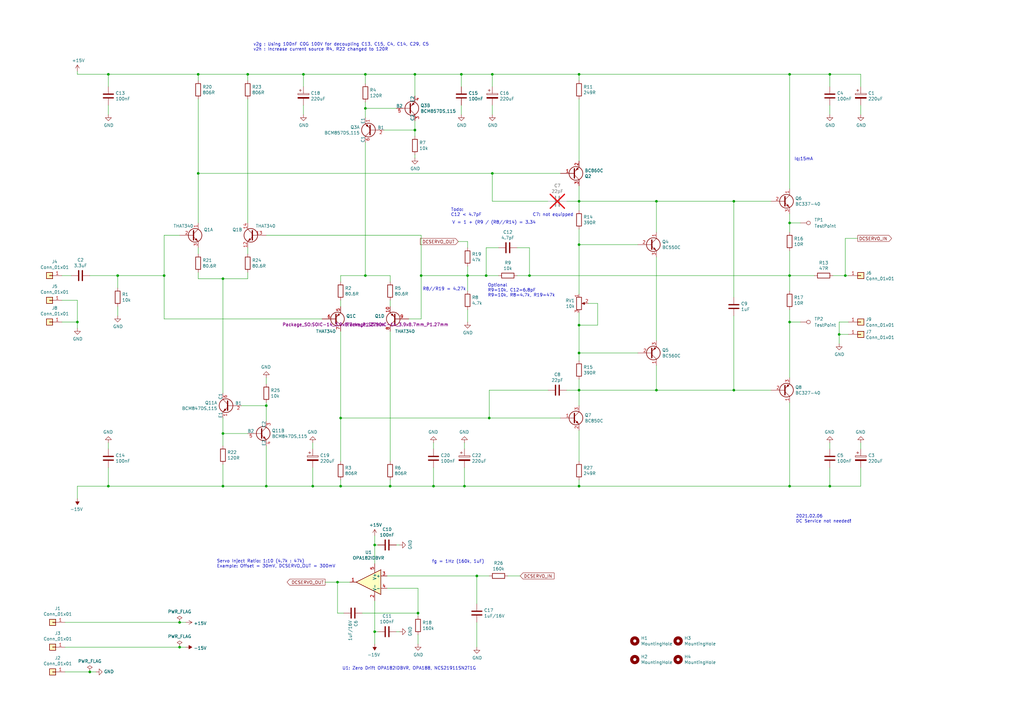
<source format=kicad_sch>
(kicad_sch (version 20231120) (generator "eeschema") (generator_version "8.0")
  (paper "A3")
  (title_block (title "Discrete Pre-Amp Elektor THAT340 with DC Servo") (date "2024-08-31") (rev "v2h"))
  (lib_symbols
    (symbol "Amplifier_Operational:OPA188xxDBV" (pin_names (offset 0.127))
      (property "Reference" "U" (at 0 5.08 0))
      (property "Value" "OPA188xxDBV" (at 0 -5.08 0))
      (symbol "OPA188xxDBV_0_1"
        (pin power_in line (at -2.54 -7.62 90) (length 3.81) (name "V-") (number "2"))
        (pin power_in line (at -2.54 7.62 270) (length 3.81) (name "V+") (number "5"))
      )
      (symbol "OPA188xxDBV_1_1"
        (pin output line (at 7.62 0 180) (length 2.54) (name "~") (number "1"))
        (pin input line (at -7.62 2.54 0) (length 2.54) (name "+") (number "3"))
        (pin input line (at -7.62 -2.54 0) (length 2.54) (name "-") (number "4"))
      )
    )
    (symbol "Connector:TestPoint" (pin_numbers hide) (pin_names (offset 0.762) hide)
      (property "Reference" "TP" (at 0 6.858 0))
      (property "Value" "TestPoint" (at 0 5.08 0))
      (symbol "TestPoint_1_1"
        (pin passive line (at 0 0 90) (length 2.54) (name "1") (number "1"))
      )
    )
    (symbol "Connector_Generic:Conn_01x01" (pin_names (offset 1.016) hide)
      (property "Reference" "J" (at 0 2.54 0))
      (property "Value" "Conn_01x01" (at 0 -2.54 0))
      (symbol "Conn_01x01_1_1"
        (pin passive line (at -5.08 0 0) (length 3.81) (name "Pin_1") (number "1"))
      )
    )
    (symbol "Device:C" (pin_numbers hide) (pin_names (offset 0.254))
      (property "Reference" "C" (at 0.635 2.54 0))
      (property "Value" "C" (at 0.635 -2.54 0))
      (symbol "C_1_1"
        (pin passive line (at 0 3.81 270) (length 2.794) (name "~") (number "1"))
        (pin passive line (at 0 -3.81 90) (length 2.794) (name "~") (number "2"))
      )
    )
    (symbol "Device:C_Polarized" (pin_numbers hide) (pin_names (offset 0.254))
      (property "Reference" "C" (at 0.635 2.54 0))
      (property "Value" "C_Polarized" (at 0.635 -2.54 0))
      (symbol "C_Polarized_1_1"
        (pin passive line (at 0 3.81 270) (length 2.794) (name "~") (number "1"))
        (pin passive line (at 0 -3.81 90) (length 2.794) (name "~") (number "2"))
      )
    )
    (symbol "Device:R" (pin_numbers hide) (pin_names (offset 0))
      (property "Reference" "R" (at 2.032 0 90))
      (property "Value" "R" (at 0 0 90))
      (symbol "R_1_1"
        (pin passive line (at 0 3.81 270) (length 1.27) (name "~") (number "1"))
        (pin passive line (at 0 -3.81 90) (length 1.27) (name "~") (number "2"))
      )
    )
    (symbol "Mechanical:MountingHole" (pin_names (offset 1.016))
      (property "Reference" "H" (at 0 5.08 0))
      (property "Value" "MountingHole" (at 0 3.175 0))
    )
    (symbol "Transistor_BJT:BC327" (pin_names (offset 0) hide)
      (property "Reference" "Q" (at 5.08 1.905 0))
      (property "Value" "BC327" (at 5.08 0 0))
      (symbol "BC327_1_1"
        (pin passive line (at 2.54 5.08 270) (length 2.54) (name "C") (number "1"))
        (pin input line (at -5.08 0 0) (length 5.715) (name "B") (number "2"))
        (pin passive line (at 2.54 -5.08 90) (length 2.54) (name "E") (number "3"))
      )
    )
    (symbol "Transistor_BJT:BC337" (pin_names (offset 0) hide)
      (property "Reference" "Q" (at 5.08 1.905 0))
      (property "Value" "BC337" (at 5.08 0 0))
      (symbol "BC337_1_1"
        (pin passive line (at 2.54 5.08 270) (length 2.54) (name "C") (number "1"))
        (pin input line (at -5.08 0 0) (length 5.08) (name "B") (number "2"))
        (pin passive line (at 2.54 -5.08 90) (length 2.54) (name "E") (number "3"))
      )
    )
    (symbol "Transistor_BJT:BC550" (pin_names (offset 0) hide)
      (property "Reference" "Q" (at 5.08 1.905 0))
      (property "Value" "BC550" (at 5.08 0 0))
      (symbol "BC550_1_1"
        (pin passive line (at 2.54 5.08 270) (length 2.54) (name "C") (number "1"))
        (pin input line (at -5.08 0 0) (length 5.08) (name "B") (number "2"))
        (pin passive line (at 2.54 -5.08 90) (length 2.54) (name "E") (number "3"))
      )
    )
    (symbol "Transistor_BJT:BC560" (pin_names (offset 0) hide)
      (property "Reference" "Q" (at 5.08 1.905 0))
      (property "Value" "BC560" (at 5.08 0 0))
      (symbol "BC560_1_1"
        (pin passive line (at 2.54 5.08 270) (length 2.54) (name "C") (number "1"))
        (pin input line (at -5.08 0 0) (length 5.715) (name "B") (number "2"))
        (pin passive line (at 2.54 -5.08 90) (length 2.54) (name "E") (number "3"))
      )
    )
    (symbol "Transistor_BJT:BC850" (pin_names (offset 0) hide)
      (property "Reference" "Q" (at 5.08 1.905 0))
      (property "Value" "BC850" (at 5.08 0 0))
      (symbol "BC850_1_1"
        (pin input line (at -5.08 0 0) (length 5.715) (name "B") (number "1"))
        (pin passive line (at 2.54 -5.08 90) (length 2.54) (name "E") (number "2"))
        (pin passive line (at 2.54 5.08 270) (length 2.54) (name "C") (number "3"))
      )
    )
    (symbol "Transistor_BJT:BC860" (pin_names (offset 0) hide)
      (property "Reference" "Q" (at 5.08 1.905 0))
      (property "Value" "BC860" (at 5.08 0 0))
      (symbol "BC860_1_1"
        (pin input line (at -5.08 0 0) (length 5.715) (name "B") (number "1"))
        (pin passive line (at 2.54 -5.08 90) (length 2.54) (name "E") (number "2"))
        (pin passive line (at 2.54 5.08 270) (length 2.54) (name "C") (number "3"))
      )
    )
    (symbol "kicad-snk:BCM847DS,115" (pin_names (offset 0))
      (property "Reference" "Q" (at 5.08 1.27 0))
      (property "Value" "BCM847DS,115" (at 5.08 -1.27 0))
      (symbol "BCM847DS,115_1_1"
        (pin passive line (at 2.54 -5.08 90) (length 2.54) (name "E1") (number "1"))
        (pin input line (at -5.08 0 0) (length 2.54) (name "B1") (number "2"))
        (pin passive line (at 2.54 5.08 270) (length 2.54) (name "C1") (number "6"))
      )
      (symbol "BCM847DS,115_2_1"
        (pin passive line (at 2.54 5.08 270) (length 2.54) (name "C2") (number "3"))
        (pin passive line (at 2.54 -5.08 90) (length 2.54) (name "E2") (number "4"))
        (pin input line (at -5.08 0 0) (length 2.54) (name "B2") (number "5"))
      )
    )
    (symbol "kicad-snk:BCM857DS,115" (pin_names (offset 0))
      (property "Reference" "Q" (at 5.08 1.27 0))
      (property "Value" "BCM857DS,115" (at 5.08 -1.27 0))
      (symbol "BCM857DS,115_1_1"
        (pin passive line (at 2.54 -5.08 90) (length 2.54) (name "E1") (number "1"))
        (pin input line (at -5.08 0 0) (length 2.54) (name "B1") (number "2"))
        (pin passive line (at 2.54 5.08 270) (length 2.54) (name "C1") (number "6"))
      )
      (symbol "BCM857DS,115_2_1"
        (pin passive line (at 2.54 5.08 270) (length 2.54) (name "C2") (number "3"))
        (pin passive line (at 2.54 -5.08 90) (length 2.54) (name "E2") (number "4"))
        (pin input line (at -5.08 0 0) (length 2.54) (name "B2") (number "5"))
      )
    )
    (symbol "kicad-snk:THAT340" (pin_names (offset 0) hide)
      (property "Reference" "Q" (at 5.334 -5.08 0))
      (property "Value" "THAT340" (at 5.334 -6.858 0))
      (property "Datasheet" "http://www.thatcorp.com/datashts/THAT_300-Series_Datasheet.pdf" (at -2.032 0 0))
      (symbol "THAT340_1_1"
        (pin passive line (at 2.54 5.08 270) (length 2.54) (name "C") (number "1"))
        (pin input line (at -5.08 0 0) (length 5.715) (name "B") (number "2"))
        (pin passive line (at 2.54 -5.08 90) (length 2.54) (name "E") (number "3"))
      )
      (symbol "THAT340_2_1"
        (pin passive line (at 2.54 -5.08 90) (length 2.54) (name "E") (number "12"))
        (pin input line (at -5.08 0 0) (length 5.715) (name "B") (number "13"))
        (pin passive line (at 2.54 5.08 270) (length 2.54) (name "C") (number "14"))
      )
      (symbol "THAT340_3_1"
        (pin passive line (at 2.54 5.08 270) (length 2.54) (name "C") (number "5"))
        (pin input line (at -5.08 0 0) (length 5.715) (name "B") (number "6"))
        (pin passive line (at 2.54 -5.08 90) (length 2.54) (name "E") (number "7"))
      )
      (symbol "THAT340_4_1"
        (pin input line (at 2.54 5.08 270) (length 2.54) (name "~") (number "10"))
        (pin passive line (at 2.54 -5.08 90) (length 2.54) (name "E") (number "8"))
        (pin input line (at -5.08 0 0) (length 5.715) (name "B") (number "9"))
      )
      (symbol "THAT340_5_0"
        (text "SUB" (at -2.667 0 0) (effects (font (size 1.524 1.524))))
        (text "SUB" (at 2.921 0 0) (effects (font (size 1.524 1.524))))
      )
      (symbol "THAT340_5_1"
        (pin passive line (at 7.62 0 180) (length 2.54) (name "E") (number "11"))
        (pin input line (at -7.62 0 0) (length 2.54) (name "B") (number "4"))
      )
    )
    (symbol "power:+15V" (power) (pin_names (offset 0))
      (property "Value" "+15V" (at 0 3.556 0))
      (symbol "+15V_1_1"
        (pin power_in line (at 0 0 90) (length 0) hide (name "+15V") (number "1"))
      )
    )
    (symbol "power:-15V" (power) (pin_names (offset 0))
      (property "Value" "-15V" (at 0 3.81 0))
      (symbol "-15V_0_0"
        (pin power_in line (at 0 0 90) (length 0) hide (name "-15V") (number "1"))
      )
    )
    (symbol "power:GND" (power) (pin_names (offset 0))
      (property "Value" "GND" (at 0 -3.81 0))
      (symbol "GND_1_1"
        (pin power_in line (at 0 0 270) (length 0) hide (name "GND") (number "1"))
      )
    )
    (symbol "power:PWR_FLAG" (power) (pin_numbers hide) (pin_names (offset 0) hide)
      (property "Value" "PWR_FLAG" (at 0 3.81 0))
      (symbol "PWR_FLAG_0_0"
        (pin power_out line (at 0 0 90) (length 0) (name "pwr") (number "1"))
      )
    )
    (symbol "pre-amp-discret-rescue:R_POT-Device" (pin_names (offset 1.016) hide)
      (property "Reference" "RV" (at -4.445 0 90))
      (property "Value" "R_POT-Device" (at -2.54 0 90))
      (symbol "R_POT-Device_1_1"
        (pin passive line (at 0 3.81 270) (length 1.27) (name "1") (number "1"))
        (pin passive line (at 3.81 0 180) (length 1.27) (name "2") (number "2"))
        (pin passive line (at 0 -3.81 90) (length 1.27) (name "3") (number "3"))
      )
    )
  )
  (junction (at 201.93 71.12))
  (junction (at 149.86 113.03))
  (junction (at 237.49 160.02))
  (junction (at 139.7 199.39))
  (junction (at 237.49 100.33))
  (junction (at 139.7 171.45))
  (junction (at 237.49 30.48))
  (junction (at 149.86 30.48))
  (junction (at 170.18 53.34))
  (junction (at 67.31 113.03))
  (junction (at 160.02 199.39))
  (junction (at 237.49 82.55))
  (junction (at 300.99 82.55))
  (junction (at 237.49 133.35))
  (junction (at 124.46 30.48))
  (junction (at 340.36 199.39))
  (junction (at 195.58 236.22))
  (junction (at 201.93 30.48))
  (junction (at 171.45 251.46))
  (junction (at 346.71 113.03))
  (junction (at 149.86 44.45))
  (junction (at 323.85 132.08))
  (junction (at 323.85 91.44))
  (junction (at 91.44 114.3))
  (junction (at 138.43 238.76))
  (junction (at 172.72 113.03))
  (junction (at 36.83 275.59))
  (junction (at 153.67 223.52))
  (junction (at 237.49 144.78))
  (junction (at 323.85 113.03))
  (junction (at 44.45 30.48))
  (junction (at 81.28 30.48))
  (junction (at 300.99 160.02))
  (junction (at 44.45 199.39))
  (junction (at 73.66 255.27))
  (junction (at 109.22 166.37))
  (junction (at 200.66 171.45))
  (junction (at 323.85 30.48))
  (junction (at 109.22 199.39))
  (junction (at 81.28 71.12))
  (junction (at 170.18 30.48))
  (junction (at 31.75 132.08))
  (junction (at 73.66 265.43))
  (junction (at 91.44 199.39))
  (junction (at 189.23 30.48))
  (junction (at 269.24 160.02))
  (junction (at 191.77 113.03))
  (junction (at 48.26 113.03))
  (junction (at 269.24 82.55))
  (junction (at 340.36 30.48))
  (junction (at 177.8 199.39))
  (junction (at 237.49 199.39))
  (junction (at 91.44 177.8))
  (junction (at 199.39 113.03))
  (junction (at 128.27 199.39))
  (junction (at 101.6 30.48))
  (junction (at 190.5 199.39))
  (junction (at 344.17 137.16))
  (junction (at 217.17 113.03))
  (junction (at 323.85 199.39))
  (junction (at 153.67 259.08))
  (wire (pts (xy 26.67 265.43) (xy 73.66 265.43)))
  (wire (pts (xy 81.28 71.12) (xy 81.28 91.44)))
  (wire (pts (xy 157.48 53.34) (xy 170.18 53.34)))
  (wire (pts (xy 73.66 255.27) (xy 76.2 255.27)))
  (wire (pts (xy 347.98 132.08) (xy 344.17 132.08)))
  (wire (pts (xy 91.44 114.3) (xy 81.28 114.3)))
  (wire (pts (xy 237.49 100.33) (xy 237.49 93.98)))
  (wire (pts (xy 177.8 184.15) (xy 177.8 181.61)))
  (wire (pts (xy 163.83 223.52) (xy 162.56 223.52)))
  (wire (pts (xy 323.85 165.1) (xy 323.85 199.39)))
  (wire (pts (xy 158.75 236.22) (xy 195.58 236.22)))
  (wire (pts (xy 109.22 182.88) (xy 109.22 199.39)))
  (wire (pts (xy 323.85 119.38) (xy 323.85 113.03)))
  (wire (pts (xy 212.09 101.6) (xy 217.17 101.6)))
  (wire (pts (xy 353.06 43.18) (xy 353.06 46.99)))
  (wire (pts (xy 353.06 30.48) (xy 340.36 30.48)))
  (wire (pts (xy 237.49 199.39) (xy 237.49 196.85)))
  (wire (pts (xy 67.31 96.52) (xy 67.31 113.03)))
  (wire (pts (xy 261.62 100.33) (xy 237.49 100.33)))
  (wire (pts (xy 149.86 113.03) (xy 160.02 113.03)))
  (wire (pts (xy 189.23 30.48) (xy 189.23 35.56)))
  (wire (pts (xy 190.5 191.77) (xy 190.5 199.39)))
  (wire (pts (xy 172.72 96.52) (xy 172.72 113.03)))
  (wire (pts (xy 138.43 251.46) (xy 138.43 238.76)))
  (wire (pts (xy 153.67 219.71) (xy 153.67 223.52)))
  (wire (pts (xy 237.49 155.575) (xy 237.49 160.02)))
  (wire (pts (xy 153.67 246.38) (xy 153.67 259.08)))
  (wire (pts (xy 170.18 53.34) (xy 170.18 55.88)))
  (wire (pts (xy 269.24 82.55) (xy 237.49 82.55)))
  (wire (pts (xy 344.17 132.08) (xy 344.17 137.16)))
  (wire (pts (xy 347.98 137.16) (xy 344.17 137.16)))
  (wire (pts (xy 31.75 199.39) (xy 44.45 199.39)))
  (wire (pts (xy 340.36 35.56) (xy 340.36 30.48)))
  (wire (pts (xy 237.49 86.36) (xy 237.49 82.55)))
  (wire (pts (xy 323.85 91.44) (xy 328.295 91.44)))
  (wire (pts (xy 232.41 82.55) (xy 237.49 82.55)))
  (wire (pts (xy 237.49 33.02) (xy 237.49 30.48)))
  (wire (pts (xy 25.4 132.08) (xy 31.75 132.08)))
  (wire (pts (xy 160.02 125.73) (xy 160.02 123.19)))
  (wire (pts (xy 148.59 251.46) (xy 171.45 251.46)))
  (wire (pts (xy 189.23 30.48) (xy 201.93 30.48)))
  (wire (pts (xy 26.67 255.27) (xy 73.66 255.27)))
  (wire (pts (xy 149.86 44.45) (xy 162.56 44.45)))
  (wire (pts (xy 170.18 63.5) (xy 170.18 64.77)))
  (wire (pts (xy 160.02 135.89) (xy 160.02 189.23)))
  (wire (pts (xy 109.22 96.52) (xy 172.72 96.52)))
  (wire (pts (xy 199.39 113.03) (xy 191.77 113.03)))
  (wire (pts (xy 201.93 30.48) (xy 237.49 30.48)))
  (wire (pts (xy 101.6 40.64) (xy 101.6 91.44)))
  (wire (pts (xy 44.45 35.56) (xy 44.45 30.48)))
  (wire (pts (xy 149.86 34.29) (xy 149.86 30.48)))
  (wire (pts (xy 160.02 199.39) (xy 177.8 199.39)))
  (wire (pts (xy 189.23 46.99) (xy 189.23 43.18)))
  (wire (pts (xy 44.45 184.15) (xy 44.45 181.61)))
  (wire (pts (xy 237.49 160.02) (xy 237.49 166.37)))
  (wire (pts (xy 109.22 165.1) (xy 109.22 166.37)))
  (wire (pts (xy 139.7 135.89) (xy 139.7 171.45)))
  (wire (pts (xy 128.27 184.15) (xy 128.27 181.61)))
  (wire (pts (xy 153.67 259.08) (xy 153.67 264.16)))
  (wire (pts (xy 101.6 30.48) (xy 101.6 33.02)))
  (wire (pts (xy 48.26 118.11) (xy 48.26 113.03)))
  (wire (pts (xy 323.85 87.63) (xy 323.85 91.44)))
  (wire (pts (xy 109.22 166.37) (xy 109.22 172.72)))
  (wire (pts (xy 48.26 113.03) (xy 67.31 113.03)))
  (wire (pts (xy 31.75 30.48) (xy 31.75 29.21)))
  (wire (pts (xy 149.86 41.91) (xy 149.86 44.45)))
  (wire (pts (xy 237.49 176.53) (xy 237.49 189.23)))
  (wire (pts (xy 26.67 275.59) (xy 36.83 275.59)))
  (wire (pts (xy 340.36 199.39) (xy 340.36 191.77)))
  (wire (pts (xy 177.8 191.77) (xy 177.8 199.39)))
  (wire (pts (xy 139.7 171.45) (xy 200.66 171.45)))
  (wire (pts (xy 67.31 113.03) (xy 67.31 130.81)))
  (wire (pts (xy 245.11 133.35) (xy 237.49 133.35)))
  (wire (pts (xy 300.99 160.02) (xy 269.24 160.02)))
  (wire (pts (xy 109.22 157.48) (xy 109.22 154.94)))
  (wire (pts (xy 139.7 125.73) (xy 139.7 123.19)))
  (wire (pts (xy 73.66 265.43) (xy 76.2 265.43)))
  (wire (pts (xy 44.45 199.39) (xy 44.45 191.77)))
  (wire (pts (xy 346.71 113.03) (xy 347.98 113.03)))
  (wire (pts (xy 139.7 113.03) (xy 149.86 113.03)))
  (wire (pts (xy 237.49 199.39) (xy 323.85 199.39)))
  (wire (pts (xy 323.85 199.39) (xy 340.36 199.39)))
  (wire (pts (xy 300.99 129.54) (xy 300.99 160.02)))
  (wire (pts (xy 31.75 132.08) (xy 31.75 134.62)))
  (wire (pts (xy 172.72 113.03) (xy 191.77 113.03)))
  (wire (pts (xy 237.49 144.78) (xy 237.49 147.955)))
  (wire (pts (xy 340.36 184.15) (xy 340.36 181.61)))
  (wire (pts (xy 44.45 46.99) (xy 44.45 43.18)))
  (wire (pts (xy 190.5 184.15) (xy 190.5 181.61)))
  (wire (pts (xy 153.67 223.52) (xy 153.67 231.14)))
  (wire (pts (xy 170.18 49.53) (xy 170.18 53.34)))
  (wire (pts (xy 81.28 71.12) (xy 201.93 71.12)))
  (wire (pts (xy 323.85 30.48) (xy 340.36 30.48)))
  (wire (pts (xy 237.49 133.35) (xy 237.49 144.78)))
  (wire (pts (xy 170.18 39.37) (xy 170.18 30.48)))
  (wire (pts (xy 237.49 30.48) (xy 323.85 30.48)))
  (wire (pts (xy 128.27 199.39) (xy 128.27 191.77)))
  (wire (pts (xy 101.6 114.3) (xy 91.44 114.3)))
  (wire (pts (xy 217.17 113.03) (xy 323.85 113.03)))
  (wire (pts (xy 167.64 130.81) (xy 172.72 130.81)))
  (wire (pts (xy 31.75 204.47) (xy 31.75 199.39)))
  (wire (pts (xy 232.41 160.02) (xy 237.49 160.02)))
  (wire (pts (xy 81.28 114.3) (xy 81.28 111.76)))
  (wire (pts (xy 101.6 177.8) (xy 91.44 177.8)))
  (wire (pts (xy 36.83 113.03) (xy 48.26 113.03)))
  (wire (pts (xy 154.94 259.08) (xy 153.67 259.08)))
  (wire (pts (xy 81.28 104.14) (xy 81.28 101.6)))
  (wire (pts (xy 31.75 30.48) (xy 44.45 30.48)))
  (wire (pts (xy 31.75 123.19) (xy 31.75 132.08)))
  (wire (pts (xy 160.02 115.57) (xy 160.02 113.03)))
  (wire (pts (xy 101.6 104.14) (xy 101.6 101.6)))
  (wire (pts (xy 201.93 71.12) (xy 229.87 71.12)))
  (wire (pts (xy 172.72 113.03) (xy 172.72 130.81)))
  (wire (pts (xy 140.97 251.46) (xy 138.43 251.46)))
  (wire (pts (xy 191.77 101.6) (xy 191.77 99.06)))
  (wire (pts (xy 201.93 82.55) (xy 201.93 71.12)))
  (wire (pts (xy 212.09 113.03) (xy 217.17 113.03)))
  (wire (pts (xy 99.06 166.37) (xy 109.22 166.37)))
  (wire (pts (xy 300.99 121.92) (xy 300.99 82.55)))
  (wire (pts (xy 91.44 177.8) (xy 91.44 171.45)))
  (wire (pts (xy 323.85 113.03) (xy 334.01 113.03)))
  (wire (pts (xy 269.24 149.86) (xy 269.24 160.02)))
  (wire (pts (xy 44.45 199.39) (xy 91.44 199.39)))
  (wire (pts (xy 353.06 184.15) (xy 353.06 181.61)))
  (wire (pts (xy 323.85 30.48) (xy 323.85 77.47)))
  (wire (pts (xy 346.71 97.79) (xy 346.71 113.03)))
  (wire (pts (xy 109.22 199.39) (xy 128.27 199.39)))
  (wire (pts (xy 139.7 115.57) (xy 139.7 113.03)))
  (wire (pts (xy 245.11 124.46) (xy 245.11 133.35)))
  (wire (pts (xy 199.39 101.6) (xy 199.39 113.03)))
  (wire (pts (xy 36.83 275.59) (xy 39.37 275.59)))
  (wire (pts (xy 128.27 199.39) (xy 139.7 199.39)))
  (wire (pts (xy 353.06 199.39) (xy 353.06 191.77)))
  (wire (pts (xy 25.4 113.03) (xy 29.21 113.03)))
  (wire (pts (xy 149.86 30.48) (xy 170.18 30.48)))
  (wire (pts (xy 224.79 160.02) (xy 200.66 160.02)))
  (wire (pts (xy 171.45 260.35) (xy 171.45 264.16)))
  (wire (pts (xy 149.86 58.42) (xy 149.86 113.03)))
  (wire (pts (xy 241.3 124.46) (xy 245.11 124.46)))
  (wire (pts (xy 124.46 35.56) (xy 124.46 30.48)))
  (wire (pts (xy 195.58 236.22) (xy 200.66 236.22)))
  (wire (pts (xy 139.7 199.39) (xy 160.02 199.39)))
  (wire (pts (xy 171.45 241.3) (xy 158.75 241.3)))
  (wire (pts (xy 353.06 199.39) (xy 340.36 199.39)))
  (wire (pts (xy 200.66 171.45) (xy 229.87 171.45)))
  (wire (pts (xy 25.4 123.19) (xy 31.75 123.19)))
  (wire (pts (xy 208.28 236.22) (xy 213.36 236.22)))
  (wire (pts (xy 217.17 101.6) (xy 217.17 113.03)))
  (wire (pts (xy 224.79 82.55) (xy 201.93 82.55)))
  (wire (pts (xy 177.8 199.39) (xy 190.5 199.39)))
  (wire (pts (xy 48.26 129.54) (xy 48.26 125.73)))
  (wire (pts (xy 133.35 238.76) (xy 138.43 238.76)))
  (wire (pts (xy 139.7 199.39) (xy 139.7 196.85)))
  (wire (pts (xy 81.28 30.48) (xy 101.6 30.48)))
  (wire (pts (xy 191.77 127) (xy 191.77 132.08)))
  (wire (pts (xy 81.28 30.48) (xy 81.28 33.02)))
  (wire (pts (xy 191.77 113.03) (xy 191.77 119.38)))
  (wire (pts (xy 237.49 76.2) (xy 237.49 82.55)))
  (wire (pts (xy 200.66 160.02) (xy 200.66 171.45)))
  (wire (pts (xy 124.46 43.18) (xy 124.46 46.99)))
  (wire (pts (xy 67.31 96.52) (xy 73.66 96.52)))
  (wire (pts (xy 163.83 259.08) (xy 162.56 259.08)))
  (wire (pts (xy 201.93 43.18) (xy 201.93 46.99)))
  (wire (pts (xy 204.47 101.6) (xy 199.39 101.6)))
  (wire (pts (xy 171.45 252.73) (xy 171.45 251.46)))
  (wire (pts (xy 269.24 160.02) (xy 237.49 160.02)))
  (wire (pts (xy 195.58 247.65) (xy 195.58 236.22)))
  (wire (pts (xy 344.17 140.97) (xy 344.17 137.16)))
  (wire (pts (xy 199.39 113.03) (xy 204.47 113.03)))
  (wire (pts (xy 237.49 120.65) (xy 237.49 100.33)))
  (wire (pts (xy 353.06 35.56) (xy 353.06 30.48)))
  (wire (pts (xy 269.24 105.41) (xy 269.24 139.7)))
  (wire (pts (xy 341.63 113.03) (xy 346.71 113.03)))
  (wire (pts (xy 323.85 91.44) (xy 323.85 95.25)))
  (wire (pts (xy 170.18 30.48) (xy 189.23 30.48)))
  (wire (pts (xy 237.49 40.64) (xy 237.49 66.04)))
  (wire (pts (xy 190.5 199.39) (xy 237.49 199.39)))
  (wire (pts (xy 171.45 251.46) (xy 171.45 241.3)))
  (wire (pts (xy 138.43 238.76) (xy 143.51 238.76)))
  (wire (pts (xy 124.46 30.48) (xy 101.6 30.48)))
  (wire (pts (xy 323.85 132.08) (xy 323.85 154.94)))
  (wire (pts (xy 139.7 171.45) (xy 139.7 189.23)))
  (wire (pts (xy 323.85 132.08) (xy 328.295 132.08)))
  (wire (pts (xy 191.77 99.06) (xy 187.96 99.06)))
  (wire (pts (xy 195.58 265.43) (xy 195.58 255.27)))
  (wire (pts (xy 323.85 113.03) (xy 323.85 102.87)))
  (wire (pts (xy 160.02 199.39) (xy 160.02 196.85)))
  (wire (pts (xy 101.6 114.3) (xy 101.6 111.76)))
  (wire (pts (xy 351.79 97.79) (xy 346.71 97.79)))
  (wire (pts (xy 67.31 130.81) (xy 132.08 130.81)))
  (wire (pts (xy 269.24 95.25) (xy 269.24 82.55)))
  (wire (pts (xy 91.44 199.39) (xy 109.22 199.39)))
  (wire (pts (xy 300.99 82.55) (xy 269.24 82.55)))
  (wire (pts (xy 154.94 223.52) (xy 153.67 223.52)))
  (wire (pts (xy 323.85 132.08) (xy 323.85 127)))
  (wire (pts (xy 44.45 30.48) (xy 81.28 30.48)))
  (wire (pts (xy 91.44 161.29) (xy 91.44 114.3)))
  (wire (pts (xy 149.86 44.45) (xy 149.86 48.26)))
  (wire (pts (xy 316.23 160.02) (xy 300.99 160.02)))
  (wire (pts (xy 91.44 190.5) (xy 91.44 199.39)))
  (wire (pts (xy 191.77 109.22) (xy 191.77 113.03)))
  (wire (pts (xy 237.49 128.27) (xy 237.49 133.35)))
  (wire (pts (xy 261.62 144.78) (xy 237.49 144.78)))
  (wire (pts (xy 340.36 46.99) (xy 340.36 43.18)))
  (wire (pts (xy 91.44 182.88) (xy 91.44 177.8)))
  (wire (pts (xy 124.46 30.48) (xy 149.86 30.48)))
  (wire (pts (xy 81.28 40.64) (xy 81.28 71.12)))
  (wire (pts (xy 201.93 30.48) (xy 201.93 35.56)))
  (wire (pts (xy 316.23 82.55) (xy 300.99 82.55)))
  (text "V = 1 + (R9 / (R8//R14) = 3.34" (at 185.42 92.075 0) (effects (font (size 1.27 1.27)) (justify left bottom)))
  (text "U1: Zero Drift OPA182IDBVR, OPA188, NCS21911SN2T1G" (at 140.335 274.955 0) (effects (font (size 1.27 1.27)) (justify left bottom)))
  (text "R8//R19 = 4.27k" (at 173.355 119.38 0) (effects (font (size 1.27 1.27)) (justify left bottom)))
  (text "2021.02.06\nDC Service not needed!" (at 326.39 214.63 0) (effects (font (size 1.27 1.27)) (justify left bottom)))
  (text "fg = 1Hz (160k, 1uF)" (at 177.165 231.14 0) (effects (font (size 1.27 1.27)) (justify left bottom)))
  (text "v2g : Using 100nF C0G 100V for decoupling C13, C15, C4, C14, C29, C5\nv2h : Increase current source R4, R22 changed to 120R" (at 103.886 19.304 0) (effects (font (size 1.27 1.27)) (justify left)))
  (text "Optional\nR9=10k, C12=6.8pF\nR9=10k, R8=4.7k, R19=47k" (at 200.025 121.92 0) (effects (font (size 1.27 1.27)) (justify left bottom)))
  (text "Todo:\nC12 < 4.7pF" (at 184.912 88.9 0) (effects (font (size 1.27 1.27)) (justify left bottom)))
  (text "C7: not equipped" (at 218.44 88.9 0) (effects (font (size 1.27 1.27)) (justify left bottom)))
  (text "Servo Inject Ratio: 1:10 (4.7k : 47k)\nExample: Offset = 30mV, DCSERVO_OUT = 300mV" (at 88.9 233.045 0) (effects (font (size 1.27 1.27)) (justify left bottom)))
  (text "Iq:15mA" (at 325.755 66.04 0) (effects (font (size 1.27 1.27)) (justify left bottom)))
  (global_label "DCSERVO_OUT" (shape output) (at 133.35 238.76 180) (property "Intersheetrefs" "${INTERSHEET_REFS}" (effects (hide yes))))
  (global_label "DCSERVO_OUT" (shape input) (at 187.96 99.06 180) (property "Intersheetrefs" "${INTERSHEET_REFS}" (effects (hide yes))))
  (global_label "DCSERVO_IN" (shape output) (at 351.79 97.79 0) (property "Intersheetrefs" "${INTERSHEET_REFS}" (effects (hide yes))))
  (global_label "DCSERVO_IN" (shape input) (at 213.36 236.22 0) (property "Intersheetrefs" "${INTERSHEET_REFS}" (effects (hide yes))))
  (symbol (lib_id "Device:R") (at 160.02 193.04 0) (unit 1)
    (property "Reference" "R6" (at 161.798 191.8716 0) (effects (justify left)))
    (property "Value" "806R" (at 161.798 194.183 0) (effects (justify left)))
    (property "Footprint" "Resistor_SMD:R_0805_2012Metric_Pad1.20x1.40mm_HandSolder" (effects (hide yes)))
  )
  (symbol (lib_id "Device:C") (at 33.02 113.03 270) (unit 1)
    (property "Reference" "C2" (at 33.02 106.6292 90))
    (property "Value" "3.3uF" (at 33.02 108.9406 90))
    (property "Footprint" "Capacitor_THT:C_Rect_L7.2mm_W7.2mm_P5.00mm_FKS2_FKP2_MKS2_MKP2" (effects (hide yes)))
  )
  (symbol (lib_id "power:GND") (at 48.26 129.54 0) (unit 1)
    (property "Reference" "#PWR09" (effects (hide yes)))
    (property "Value" "GND" (at 48.387 133.9342 0))
  )
  (symbol (lib_id "Device:R") (at 139.7 193.04 0) (unit 1)
    (property "Reference" "R3" (at 141.478 191.8716 0) (effects (justify left)))
    (property "Value" "806R" (at 141.478 194.183 0) (effects (justify left)))
    (property "Footprint" "Resistor_SMD:R_0805_2012Metric_Pad1.20x1.40mm_HandSolder" (effects (hide yes)))
  )
  (symbol (lib_id "Device:R") (at 48.26 121.92 0) (unit 1)
    (property "Reference" "R1" (at 50.038 120.7516 0) (effects (justify left)))
    (property "Value" "10k" (at 50.038 123.063 0) (effects (justify left)))
    (property "Footprint" "Resistor_SMD:R_0805_2012Metric_Pad1.20x1.40mm_HandSolder" (effects (hide yes)))
  )
  (symbol (lib_id "Device:R") (at 191.77 123.19 0) (unit 1)
    (property "Reference" "R8" (at 193.548 122.0216 0) (effects (justify left)))
    (property "Value" "4.7k" (at 193.548 124.333 0) (effects (justify left)))
    (property "Footprint" "Resistor_SMD:R_0805_2012Metric_Pad1.20x1.40mm_HandSolder" (effects (hide yes)))
  )
  (symbol (lib_id "Device:R") (at 208.28 113.03 270) (unit 1)
    (property "Reference" "R9" (at 208.28 107.7722 90))
    (property "Value" "10k" (at 208.28 110.0836 90))
    (property "Footprint" "Resistor_SMD:R_0805_2012Metric_Pad1.20x1.40mm_HandSolder" (effects (hide yes)))
  )
  (symbol (lib_id "Device:R") (at 139.7 119.38 0) (unit 1)
    (property "Reference" "R2" (at 141.478 118.2116 0) (effects (justify left)))
    (property "Value" "80.6R" (at 141.478 120.523 0) (effects (justify left)))
    (property "Footprint" "Resistor_SMD:R_0805_2012Metric_Pad1.20x1.40mm_HandSolder" (effects (hide yes)))
  )
  (symbol (lib_id "Device:R") (at 160.02 119.38 0) (unit 1)
    (property "Reference" "R5" (at 161.798 118.2116 0) (effects (justify left)))
    (property "Value" "80.6R" (at 161.798 120.523 0) (effects (justify left)))
    (property "Footprint" "Resistor_SMD:R_0805_2012Metric_Pad1.20x1.40mm_HandSolder" (effects (hide yes)))
  )
  (symbol (lib_id "Device:R") (at 149.86 38.1 0) (unit 1)
    (property "Reference" "R4" (at 151.638 36.9316 0) (effects (justify left)))
    (property "Value" "120R" (at 151.638 39.243 0) (effects (justify left)))
    (property "Footprint" "Resistor_SMD:R_0805_2012Metric_Pad1.20x1.40mm_HandSolder" (effects (hide yes)))
  )
  (symbol (lib_id "Device:R") (at 170.18 59.69 0) (unit 1)
    (property "Reference" "R7" (at 171.958 58.5216 0) (effects (justify left)))
    (property "Value" "10k" (at 171.958 60.833 0) (effects (justify left)))
    (property "Footprint" "Resistor_SMD:R_0805_2012Metric_Pad1.20x1.40mm_HandSolder" (effects (hide yes)))
  )
  (symbol (lib_id "Device:R") (at 237.49 36.83 0) (unit 1)
    (property "Reference" "R11" (at 239.268 35.6616 0) (effects (justify left)))
    (property "Value" "249R" (at 239.268 37.973 0) (effects (justify left)))
    (property "Footprint" "Resistor_SMD:R_0805_2012Metric_Pad1.20x1.40mm_HandSolder" (effects (hide yes)))
  )
  (symbol (lib_id "power:GND") (at 191.77 132.08 0) (unit 1)
    (property "Reference" "#PWR013" (effects (hide yes)))
    (property "Value" "GND" (at 191.897 136.4742 0))
  )
  (symbol (lib_id "power:GND") (at 31.75 134.62 0) (unit 1)
    (property "Reference" "#PWR04" (effects (hide yes)))
    (property "Value" "GND" (at 31.877 139.0142 0))
  )
  (symbol (lib_id "Mechanical:MountingHole") (at 260.35 262.89 0) (unit 1)
    (property "Reference" "H1" (at 262.89 261.7216 0) (effects (justify left)))
    (property "Value" "MountingHole" (at 262.89 264.033 0) (effects (justify left)))
    (property "Footprint" "MountingHole:MountingHole_3.2mm_M3_Pad_Via" (effects (hide yes)))
  )
  (symbol (lib_id "Mechanical:MountingHole") (at 278.13 262.89 0) (unit 1)
    (property "Reference" "H3" (at 280.67 261.7216 0) (effects (justify left)))
    (property "Value" "MountingHole" (at 280.67 264.033 0) (effects (justify left)))
    (property "Footprint" "MountingHole:MountingHole_3.2mm_M3_Pad_Via" (effects (hide yes)))
  )
  (symbol (lib_id "Mechanical:MountingHole") (at 260.35 270.51 0) (unit 1)
    (property "Reference" "H2" (at 262.89 269.3416 0) (effects (justify left)))
    (property "Value" "MountingHole" (at 262.89 271.653 0) (effects (justify left)))
    (property "Footprint" "MountingHole:MountingHole_3.2mm_M3_Pad_Via" (effects (hide yes)))
  )
  (symbol (lib_id "Mechanical:MountingHole") (at 278.13 270.51 0) (unit 1)
    (property "Reference" "H4" (at 280.67 269.3416 0) (effects (justify left)))
    (property "Value" "MountingHole" (at 280.67 271.653 0) (effects (justify left)))
    (property "Footprint" "MountingHole:MountingHole_3.2mm_M3_Pad_Via" (effects (hide yes)))
  )
  (symbol (lib_id "Connector_Generic:Conn_01x01") (at 20.32 113.03 180) (unit 1)
    (property "Reference" "J4" (at 22.4028 107.315 0))
    (property "Value" "Conn_01x01" (at 22.4028 109.6264 0))
    (property "Footprint" "Connector_Pin:Pin_D1.0mm_L10.0mm" (effects (hide yes)))
  )
  (symbol (lib_id "Connector_Generic:Conn_01x01") (at 20.32 123.19 180) (unit 1)
    (property "Reference" "J5" (at 22.4028 117.475 0))
    (property "Value" "Conn_01x01" (at 22.4028 119.7864 0))
    (property "Footprint" "Connector_Pin:Pin_D1.0mm_L10.0mm" (effects (hide yes)))
  )
  (symbol (lib_id "power:GND") (at 170.18 64.77 0) (unit 1)
    (property "Reference" "#PWR012" (effects (hide yes)))
    (property "Value" "GND" (at 170.307 69.1642 0))
  )
  (symbol (lib_id "power:+15V") (at 31.75 29.21 0) (unit 1)
    (property "Reference" "#PWR05" (effects (hide yes)))
    (property "Value" "+15V" (at 32.131 24.8158 0))
  )
  (symbol (lib_id "power:-15V") (at 31.75 204.47 180) (unit 1)
    (property "Reference" "#PWR08" (effects (hide yes)))
    (property "Value" "-15V" (at 31.369 208.8642 0))
  )
  (symbol (lib_id "Connector_Generic:Conn_01x01") (at 353.06 113.03 0) (unit 1)
    (property "Reference" "J6" (at 355.092 111.9632 0) (effects (justify left)))
    (property "Value" "Conn_01x01" (at 355.092 114.2746 0) (effects (justify left)))
    (property "Footprint" "Connector_Pin:Pin_D1.0mm_L10.0mm" (effects (hide yes)))
  )
  (symbol (lib_id "Connector_Generic:Conn_01x01") (at 353.06 137.16 0) (unit 1)
    (property "Reference" "J7" (at 355.092 136.0932 0) (effects (justify left)))
    (property "Value" "Conn_01x01" (at 355.092 138.4046 0) (effects (justify left)))
    (property "Footprint" "Connector_Pin:Pin_D1.0mm_L10.0mm" (effects (hide yes)))
  )
  (symbol (lib_id "Connector_Generic:Conn_01x01") (at 21.59 255.27 180) (unit 1)
    (property "Reference" "J1" (at 23.6728 249.555 0))
    (property "Value" "Conn_01x01" (at 23.6728 251.8664 0))
    (property "Footprint" "Connector_Pin:Pin_D1.0mm_L10.0mm" (effects (hide yes)))
  )
  (symbol (lib_id "Connector_Generic:Conn_01x01") (at 21.59 275.59 180) (unit 1)
    (property "Reference" "J2" (at 23.6728 269.875 0))
    (property "Value" "Conn_01x01" (at 23.6728 272.1864 0))
    (property "Footprint" "Connector_Pin:Pin_D1.0mm_L10.0mm" (effects (hide yes)))
  )
  (symbol (lib_id "Connector_Generic:Conn_01x01") (at 21.59 265.43 180) (unit 1)
    (property "Reference" "J3" (at 23.6728 259.715 0))
    (property "Value" "Conn_01x01" (at 23.6728 262.0264 0))
    (property "Footprint" "Connector_Pin:Pin_D1.0mm_L10.0mm" (effects (hide yes)))
  )
  (symbol (lib_id "power:GND") (at 39.37 275.59 90) (unit 1)
    (property "Reference" "#PWR02" (effects (hide yes)))
    (property "Value" "GND" (at 42.6212 275.463 90) (effects (justify right)))
  )
  (symbol (lib_id "power:+15V") (at 76.2 255.27 270) (unit 1)
    (property "Reference" "#PWR01" (effects (hide yes)))
    (property "Value" "+15V" (at 79.4512 255.651 90) (effects (justify left)))
  )
  (symbol (lib_id "Device:C_Polarized") (at 353.06 187.96 0) (unit 1)
    (property "Reference" "C3" (at 356.0572 186.7916 0) (effects (justify left)))
    (property "Value" "220uF" (at 356.0572 189.103 0) (effects (justify left)))
    (property "Footprint" "Capacitor_THT:CP_Radial_D8.0mm_P3.50mm" (effects (hide yes)))
  )
  (symbol (lib_id "Device:C") (at 340.36 187.96 180) (unit 1)
    (property "Reference" "C5" (at 343.281 186.7916 0) (effects (justify right)))
    (property "Value" "100nF" (at 343.281 189.103 0) (effects (justify right)))
    (property "Footprint" "Capacitor_SMD:C_1206_3216Metric_Pad1.33x1.80mm_HandSolder" (effects (hide yes)))
  )
  (symbol (lib_id "power:GND") (at 44.45 181.61 180) (unit 1)
    (property "Reference" "#PWR011" (effects (hide yes)))
    (property "Value" "GND" (at 44.323 177.2158 0))
  )
  (symbol (lib_id "Device:R") (at 337.82 113.03 270) (unit 1)
    (property "Reference" "R13" (at 337.82 107.7722 90))
    (property "Value" "47R" (at 337.82 110.0836 90))
    (property "Footprint" "Resistor_SMD:R_0805_2012Metric_Pad1.20x1.40mm_HandSolder" (effects (hide yes)))
  )
  (symbol (lib_id "Device:C_Polarized") (at 353.06 39.37 0) (unit 1)
    (property "Reference" "C1" (at 356.0572 38.2016 0) (effects (justify left)))
    (property "Value" "220uF" (at 356.0572 40.513 0) (effects (justify left)))
    (property "Footprint" "Capacitor_THT:CP_Radial_D8.0mm_P3.50mm" (effects (hide yes)))
  )
  (symbol (lib_id "Device:C") (at 340.36 39.37 180) (unit 1)
    (property "Reference" "C4" (at 343.281 38.2016 0) (effects (justify right)))
    (property "Value" "100nF" (at 343.281 40.513 0) (effects (justify right)))
    (property "Footprint" "Capacitor_SMD:C_1206_3216Metric_Pad1.33x1.80mm_HandSolder" (effects (hide yes)))
  )
  (symbol (lib_id "power:GND") (at 44.45 46.99 0) (unit 1)
    (property "Reference" "#PWR010" (effects (hide yes)))
    (property "Value" "GND" (at 44.577 51.3842 0))
  )
  (symbol (lib_id "power:GND") (at 344.17 140.97 0) (unit 1)
    (property "Reference" "#PWR015" (effects (hide yes)))
    (property "Value" "GND" (at 344.297 145.3642 0))
  )
  (symbol (lib_id "power:-15V") (at 76.2 265.43 270) (unit 1)
    (property "Reference" "#PWR0101" (effects (hide yes)))
    (property "Value" "-15V" (at 79.4512 265.811 90) (effects (justify left)))
  )
  (symbol (lib_id "power:PWR_FLAG") (at 36.83 275.59 0) (unit 1)
    (property "Reference" "#FLG0101" (effects (hide yes)))
    (property "Value" "PWR_FLAG" (at 36.83 271.1958 0))
  )
  (symbol (lib_id "power:PWR_FLAG") (at 73.66 265.43 0) (unit 1)
    (property "Reference" "#FLG0103" (effects (hide yes)))
    (property "Value" "PWR_FLAG" (at 73.66 261.0358 0))
  )
  (symbol (lib_id "Device:C") (at 208.28 101.6 270) (unit 1)
    (property "Reference" "C12" (at 208.28 95.1992 90))
    (property "Value" "4.7pF" (at 208.28 97.5106 90))
    (property "Footprint" "Capacitor_SMD:C_0805_2012Metric_Pad1.18x1.45mm_HandSolder" (effects (hide yes)))
  )
  (symbol (lib_id "Device:C") (at 44.45 39.37 180) (unit 1)
    (property "Reference" "C13" (at 47.371 38.2016 0) (effects (justify right)))
    (property "Value" "100nF" (at 47.371 40.513 0) (effects (justify right)))
    (property "Footprint" "Capacitor_SMD:C_1206_3216Metric_Pad1.33x1.80mm_HandSolder" (effects (hide yes)))
  )
  (symbol (lib_id "Device:C") (at 44.45 187.96 180) (unit 1)
    (property "Reference" "C14" (at 47.371 186.7916 0) (effects (justify right)))
    (property "Value" "100nF" (at 47.371 189.103 0) (effects (justify right)))
    (property "Footprint" "Capacitor_SMD:C_1206_3216Metric_Pad1.33x1.80mm_HandSolder" (effects (hide yes)))
  )
  (symbol (lib_id "power:GND") (at 340.36 181.61 180) (unit 1)
    (property "Reference" "#PWR018" (effects (hide yes)))
    (property "Value" "GND" (at 340.233 177.2158 0))
  )
  (symbol (lib_id "power:GND") (at 340.36 46.99 0) (unit 1)
    (property "Reference" "#PWR017" (effects (hide yes)))
    (property "Value" "GND" (at 340.487 51.3842 0))
  )
  (symbol (lib_id "power:GND") (at 353.06 46.99 0) (unit 1)
    (property "Reference" "#PWR019" (effects (hide yes)))
    (property "Value" "GND" (at 353.187 51.3842 0))
  )
  (symbol (lib_id "power:GND") (at 353.06 181.61 180) (unit 1)
    (property "Reference" "#PWR020" (effects (hide yes)))
    (property "Value" "GND" (at 352.933 177.2158 0))
  )
  (symbol (lib_id "kicad-snk:BCM847DS,115") (at 93.98 166.37 0) (mirror y) (unit 1)
    (property "Reference" "Q11" (at 89.1286 165.2016 0) (effects (justify left)))
    (property "Value" "BCM847DS,115" (at 89.1286 167.513 0) (effects (justify left)))
    (property "Footprint" "Package_TO_SOT_SMD:SC-74-6_1.55x2.9mm_P0.95mm" (effects (hide yes)))
    (property "Datasheet" "https://www.analog.com/media/en/technical-documentation/obsolete-data-sheets/SSM2210.pdf" (effects (hide yes)))
  )
  (symbol (lib_id "kicad-snk:BCM847DS,115") (at 106.68 177.8 0) (unit 2)
    (property "Reference" "Q11" (at 111.506 176.6316 0) (effects (justify left)))
    (property "Value" "BCM847DS,115" (at 111.506 178.943 0) (effects (justify left)))
    (property "Footprint" "Package_TO_SOT_SMD:SC-74-6_1.55x2.9mm_P0.95mm" (effects (hide yes)))
    (property "Datasheet" "https://www.analog.com/media/en/technical-documentation/obsolete-data-sheets/SSM2210.pdf" (effects (hide yes)))
  )
  (symbol (lib_id "power:PWR_FLAG") (at 73.66 255.27 0) (unit 1)
    (property "Reference" "#FLG01" (effects (hide yes)))
    (property "Value" "PWR_FLAG" (at 73.66 250.8758 0))
  )
  (symbol (lib_id "kicad-snk:BCM857DS,115") (at 167.64 44.45 0) (mirror x) (unit 2)
    (property "Reference" "Q3" (at 172.466 43.2816 0) (effects (justify left)))
    (property "Value" "BCM857DS,115" (at 172.466 45.593 0) (effects (justify left)))
    (property "Footprint" "Package_TO_SOT_SMD:SC-74-6_1.55x2.9mm_P0.95mm" (effects (hide yes)))
    (property "Datasheet" "https://www.analog.com/media/en/technical-documentation/data-sheets/SSM2220.pdf" (effects (hide yes)))
  )
  (symbol (lib_id "kicad-snk:BCM857DS,115") (at 152.4 53.34 180) (unit 1)
    (property "Reference" "Q3" (at 147.5486 52.1716 0) (effects (justify left)))
    (property "Value" "BCM857DS,115" (at 147.5486 54.483 0) (effects (justify left)))
    (property "Footprint" "Package_TO_SOT_SMD:SC-74-6_1.55x2.9mm_P0.95mm" (effects (hide yes)))
    (property "Datasheet" "https://www.analog.com/media/en/technical-documentation/data-sheets/SSM2220.pdf" (effects (hide yes)))
  )
  (symbol (lib_id "Device:R") (at 237.49 193.04 0) (unit 1)
    (property "Reference" "R27" (at 239.268 191.8716 0) (effects (justify left)))
    (property "Value" "249R" (at 239.268 194.183 0) (effects (justify left)))
    (property "Footprint" "Resistor_SMD:R_0805_2012Metric_Pad1.20x1.40mm_HandSolder" (effects (hide yes)))
  )
  (symbol (lib_id "Device:C_Polarized") (at 124.46 39.37 0) (unit 1)
    (property "Reference" "C18" (at 127.4572 38.2016 0) (effects (justify left)))
    (property "Value" "220uF" (at 127.4572 40.513 0) (effects (justify left)))
    (property "Footprint" "Capacitor_THT:CP_Radial_D8.0mm_P3.50mm" (effects (hide yes)))
  )
  (symbol (lib_id "power:GND") (at 124.46 46.99 0) (unit 1)
    (property "Reference" "#PWR023" (effects (hide yes)))
    (property "Value" "GND" (at 124.587 51.3842 0))
  )
  (symbol (lib_id "Device:C_Polarized") (at 128.27 187.96 0) (unit 1)
    (property "Reference" "C19" (at 131.2672 186.7916 0) (effects (justify left)))
    (property "Value" "220uF" (at 131.2672 189.103 0) (effects (justify left)))
    (property "Footprint" "Capacitor_THT:CP_Radial_D8.0mm_P3.50mm" (effects (hide yes)))
  )
  (symbol (lib_id "power:GND") (at 128.27 181.61 180) (unit 1)
    (property "Reference" "#PWR024" (effects (hide yes)))
    (property "Value" "GND" (at 128.143 177.2158 0))
  )
  (symbol (lib_id "Device:R") (at 101.6 36.83 0) (unit 1)
    (property "Reference" "R23" (at 103.378 35.6616 0) (effects (justify left)))
    (property "Value" "806R" (at 103.378 37.973 0) (effects (justify left)))
    (property "Footprint" "Resistor_SMD:R_0805_2012Metric_Pad1.20x1.40mm_HandSolder" (effects (hide yes)))
  )
  (symbol (lib_id "Device:R") (at 81.28 36.83 0) (unit 1)
    (property "Reference" "R20" (at 83.058 35.6616 0) (effects (justify left)))
    (property "Value" "806R" (at 83.058 37.973 0) (effects (justify left)))
    (property "Footprint" "Resistor_SMD:R_0805_2012Metric_Pad1.20x1.40mm_HandSolder" (effects (hide yes)))
  )
  (symbol (lib_id "Device:R") (at 81.28 107.95 0) (unit 1)
    (property "Reference" "R21" (at 83.058 106.7816 0) (effects (justify left)))
    (property "Value" "80.6R" (at 83.058 109.093 0) (effects (justify left)))
    (property "Footprint" "Resistor_SMD:R_0805_2012Metric_Pad1.20x1.40mm_HandSolder" (effects (hide yes)))
  )
  (symbol (lib_id "Device:R") (at 101.6 107.95 0) (unit 1)
    (property "Reference" "R24" (at 103.378 106.7816 0) (effects (justify left)))
    (property "Value" "80.6R" (at 103.378 109.093 0) (effects (justify left)))
    (property "Footprint" "Resistor_SMD:R_0805_2012Metric_Pad1.20x1.40mm_HandSolder" (effects (hide yes)))
  )
  (symbol (lib_id "Device:R") (at 109.22 161.29 0) (unit 1)
    (property "Reference" "R25" (at 110.998 160.1216 0) (effects (justify left)))
    (property "Value" "10k" (at 110.998 162.433 0) (effects (justify left)))
    (property "Footprint" "Resistor_SMD:R_0805_2012Metric_Pad1.20x1.40mm_HandSolder" (effects (hide yes)))
  )
  (symbol (lib_id "power:GND") (at 109.22 154.94 180) (unit 1)
    (property "Reference" "#PWR0104" (effects (hide yes)))
    (property "Value" "GND" (at 109.093 150.5458 0))
  )
  (symbol (lib_id "Device:R") (at 91.44 186.69 0) (unit 1)
    (property "Reference" "R22" (at 93.218 185.5216 0) (effects (justify left)))
    (property "Value" "120R" (at 93.218 187.833 0) (effects (justify left)))
    (property "Footprint" "Resistor_SMD:R_0805_2012Metric_Pad1.20x1.40mm_HandSolder" (effects (hide yes)))
  )
  (symbol (lib_id "Device:R") (at 237.49 90.17 0) (unit 1)
    (property "Reference" "R14" (at 239.268 89.0016 0) (effects (justify left)))
    (property "Value" "390R" (at 239.268 91.313 0) (effects (justify left)))
    (property "Footprint" "Resistor_SMD:R_0805_2012Metric_Pad1.20x1.40mm_HandSolder" (effects (hide yes)))
  )
  (symbol (lib_id "Device:R") (at 237.49 151.765 0) (unit 1)
    (property "Reference" "R15" (at 239.268 150.5966 0) (effects (justify left)))
    (property "Value" "390R" (at 239.268 152.908 0) (effects (justify left)))
    (property "Footprint" "Resistor_SMD:R_0805_2012Metric_Pad1.20x1.40mm_HandSolder" (effects (hide yes)))
  )
  (symbol (lib_id "pre-amp-discret-rescue:R_POT-Device") (at 237.49 124.46 0) (unit 1)
    (property "Reference" "RV1" (at 235.712 123.2916 0) (effects (justify right)))
    (property "Value" "10k" (at 235.712 125.603 0) (effects (justify right)))
    (property "Footprint" "Potentiometer_THT:Potentiometer_Bourns_3296W_Vertical" (effects (hide yes)))
  )
  (symbol (lib_id "Device:R") (at 323.85 99.06 0) (unit 1)
    (property "Reference" "R16" (at 325.628 97.8916 0) (effects (justify left)))
    (property "Value" "10R" (at 325.628 100.203 0) (effects (justify left)))
    (property "Footprint" "Resistor_SMD:R_0805_2012Metric_Pad1.20x1.40mm_HandSolder" (effects (hide yes)))
  )
  (symbol (lib_id "Device:R") (at 323.85 123.19 0) (unit 1)
    (property "Reference" "R17" (at 325.628 122.0216 0) (effects (justify left)))
    (property "Value" "10R" (at 325.628 124.333 0) (effects (justify left)))
    (property "Footprint" "Resistor_SMD:R_0805_2012Metric_Pad1.20x1.40mm_HandSolder" (effects (hide yes)))
  )
  (symbol (lib_id "Device:C") (at 300.99 125.73 180) (unit 1)
    (property "Reference" "C9" (at 303.911 124.5616 0) (effects (justify right)))
    (property "Value" "1uF" (at 303.911 126.873 0) (effects (justify right)))
    (property "Footprint" "Capacitor_THT:C_Rect_L7.2mm_W5.5mm_P5.00mm_FKS2_FKP2_MKS2_MKP2" (effects (hide yes)))
  )
  (symbol (lib_id "Transistor_BJT:BC560") (at 266.7 144.78 0) (mirror x) (unit 1)
    (property "Reference" "Q5" (at 271.5514 143.6116 0) (effects (justify left)))
    (property "Value" "BC560C" (at 271.5514 145.923 0) (effects (justify left)))
    (property "Footprint" "Package_TO_SOT_THT:TO-92_Inline" (effects (hide yes)))
    (property "Datasheet" "https://www.onsemi.com/pub/Collateral/BC556BTA-D.pdf" (effects (hide yes)))
  )
  (symbol (lib_id "Transistor_BJT:BC550") (at 266.7 100.33 0) (unit 1)
    (property "Reference" "Q4" (at 271.5514 99.1616 0) (effects (justify left)))
    (property "Value" "BC550C" (at 271.5514 101.473 0) (effects (justify left)))
    (property "Footprint" "Package_TO_SOT_THT:TO-92_Inline" (effects (hide yes)))
    (property "Datasheet" "https://www.onsemi.com/pub/Collateral/BC550-D.pdf" (effects (hide yes)))
  )
  (symbol (lib_id "Transistor_BJT:BC337") (at 321.31 82.55 0) (unit 1)
    (property "Reference" "Q6" (at 326.136 81.3816 0) (effects (justify left)))
    (property "Value" "BC337-40" (at 326.136 83.693 0) (effects (justify left)))
    (property "Footprint" "Package_TO_SOT_THT:TO-92_Inline" (effects (hide yes)))
    (property "Datasheet" "https://diotec.com/tl_files/diotec/files/pdf/datasheets/bc337.pdf" (effects (hide yes)))
  )
  (symbol (lib_id "Transistor_BJT:BC327") (at 321.31 160.02 0) (mirror x) (unit 1)
    (property "Reference" "Q8" (at 326.136 158.8516 0) (effects (justify left)))
    (property "Value" "BC327-40" (at 326.136 161.163 0) (effects (justify left)))
    (property "Footprint" "Package_TO_SOT_THT:TO-92_Inline" (effects (hide yes)))
    (property "Datasheet" "http://www.onsemi.com/pub_link/Collateral/BC327-D.PDF" (effects (hide yes)))
  )
  (symbol (lib_id "Device:R") (at 204.47 236.22 270) (unit 1)
    (property "Reference" "R26" (at 204.47 230.9622 90))
    (property "Value" "160k" (at 204.47 233.2736 90))
    (property "Footprint" "Resistor_SMD:R_0805_2012Metric_Pad1.20x1.40mm_HandSolder" (effects (hide yes)))
  )
  (symbol (lib_id "Device:C") (at 195.58 251.46 180) (unit 1)
    (property "Reference" "C17" (at 198.501 250.2916 0) (effects (justify right)))
    (property "Value" "1uF/16V" (at 198.501 252.603 0) (effects (justify right)))
    (property "Footprint" "Capacitor_SMD:C_1210_3225Metric_Pad1.33x2.70mm_HandSolder" (effects (hide yes)))
  )
  (symbol (lib_id "Device:R") (at 171.45 256.54 0) (unit 1)
    (property "Reference" "R18" (at 173.228 255.3716 0) (effects (justify left)))
    (property "Value" "160k" (at 173.228 257.683 0) (effects (justify left)))
    (property "Footprint" "Resistor_SMD:R_0805_2012Metric_Pad1.20x1.40mm_HandSolder" (effects (hide yes)))
  )
  (symbol (lib_id "Device:C") (at 144.78 251.46 90) (unit 1)
    (property "Reference" "C6" (at 145.9484 254.381 0) (effects (justify right)))
    (property "Value" "1uF/16V" (at 143.637 254.381 0) (effects (justify right)))
    (property "Footprint" "Capacitor_SMD:C_1210_3225Metric_Pad1.33x2.70mm_HandSolder" (effects (hide yes)))
  )
  (symbol (lib_id "Device:C") (at 158.75 223.52 270) (unit 1)
    (property "Reference" "C10" (at 158.75 217.1192 90))
    (property "Value" "100nF" (at 158.75 219.4306 90))
    (property "Footprint" "Capacitor_SMD:C_0603_1608Metric_Pad1.08x0.95mm_HandSolder" (effects (hide yes)))
  )
  (symbol (lib_id "power:+15V") (at 153.67 219.71 0) (unit 1)
    (property "Reference" "#PWR0102" (effects (hide yes)))
    (property "Value" "+15V" (at 154.051 215.3158 0))
  )
  (symbol (lib_id "power:-15V") (at 153.67 264.16 180) (unit 1)
    (property "Reference" "#PWR0103" (effects (hide yes)))
    (property "Value" "-15V" (at 153.289 268.5542 0))
  )
  (symbol (lib_id "Device:C") (at 158.75 259.08 270) (unit 1)
    (property "Reference" "C11" (at 158.75 252.6792 90))
    (property "Value" "100nF" (at 158.75 254.9906 90))
    (property "Footprint" "Capacitor_SMD:C_0603_1608Metric_Pad1.08x0.95mm_HandSolder" (effects (hide yes)))
  )
  (symbol (lib_id "power:GND") (at 163.83 259.08 90) (unit 1)
    (property "Reference" "#PWR0105" (effects (hide yes)))
    (property "Value" "GND" (at 168.2242 258.953 0))
  )
  (symbol (lib_id "power:GND") (at 171.45 264.16 0) (unit 1)
    (property "Reference" "#PWR0106" (effects (hide yes)))
    (property "Value" "GND" (at 171.577 268.5542 0))
  )
  (symbol (lib_id "power:GND") (at 195.58 265.43 0) (unit 1)
    (property "Reference" "#PWR0107" (effects (hide yes)))
    (property "Value" "GND" (at 195.707 269.8242 0))
  )
  (symbol (lib_id "Amplifier_Operational:OPA188xxDBV") (at 151.13 238.76 0) (mirror y) (unit 1)
    (property "Reference" "U1" (at 151.13 226.5426 0))
    (property "Value" "OPA182IDBVR" (at 151.13 228.854 0))
    (property "Footprint" "Package_TO_SOT_SMD:TSOT-23-5" (effects (hide yes)))
    (property "Datasheet" "http://www.ti.com/lit/ds/symlink/opa188.pdf" (effects (hide yes)))
  )
  (symbol (lib_id "power:GND") (at 163.83 223.52 90) (unit 1)
    (property "Reference" "#PWR0108" (effects (hide yes)))
    (property "Value" "GND" (at 168.2242 223.393 0))
  )
  (symbol (lib_id "Device:R") (at 191.77 105.41 0) (unit 1)
    (property "Reference" "R19" (at 193.548 104.2416 0) (effects (justify left)))
    (property "Value" "47k" (at 193.548 106.553 0) (effects (justify left)))
    (property "Footprint" "Resistor_SMD:R_0805_2012Metric_Pad1.20x1.40mm_HandSolder" (effects (hide yes)))
  )
  (symbol (lib_id "power:GND") (at 189.23 46.99 0) (unit 1)
    (property "Reference" "#PWR0109" (effects (hide yes)))
    (property "Value" "GND" (at 189.357 51.3842 0))
  )
  (symbol (lib_id "Connector:TestPoint") (at 328.295 91.44 270) (unit 1)
    (property "Reference" "TP1" (at 334.01 90.1699 90) (effects (justify left)))
    (property "Value" "TestPoint" (at 334.01 92.7099 90) (effects (justify left)))
    (property "Footprint" "TestPoint:TestPoint_Pad_D1.0mm" (effects (hide yes)))
  )
  (symbol (lib_id "Connector_Generic:Conn_01x01") (at 353.06 132.08 0) (unit 1)
    (property "Reference" "J9" (at 355.092 131.0132 0) (effects (justify left)))
    (property "Value" "Conn_01x01" (at 355.092 133.3246 0) (effects (justify left)))
    (property "Footprint" "Connector_Pin:Pin_D1.0mm_L10.0mm" (effects (hide yes)))
  )
  (symbol (lib_id "Device:C") (at 189.23 39.37 180) (unit 1)
    (property "Reference" "C15" (at 192.151 38.2016 0) (effects (justify right)))
    (property "Value" "100nF" (at 192.151 40.513 0) (effects (justify right)))
    (property "Footprint" "Capacitor_SMD:C_1206_3216Metric_Pad1.33x1.80mm_HandSolder" (effects (hide yes)))
  )
  (symbol (lib_id "Device:C_Polarized") (at 190.5 187.96 0) (unit 1)
    (property "Reference" "C22" (at 193.4972 186.7916 0) (effects (justify left)))
    (property "Value" "220uF" (at 193.4972 189.103 0) (effects (justify left)))
    (property "Footprint" "Capacitor_THT:CP_Radial_D8.0mm_P3.50mm" (effects (hide yes)))
  )
  (symbol (lib_id "Device:C_Polarized") (at 201.93 39.37 0) (unit 1)
    (property "Reference" "C16" (at 204.9272 38.2016 0) (effects (justify left)))
    (property "Value" "220uF" (at 204.9272 40.513 0) (effects (justify left)))
    (property "Footprint" "Capacitor_THT:CP_Radial_D8.0mm_P3.50mm" (effects (hide yes)))
  )
  (symbol (lib_id "kicad-snk:THAT340") (at 137.16 130.81 0) (unit 3)
    (property "Reference" "Q1" (at 141.986 129.6416 0) (effects (justify left)))
    (property "Value" "THAT340" (at 129.54 135.89 0) (effects (justify left)))
    (property "Footprint" "Package_SO:SOIC-14_3.9x8.7mm_P1.27mm" (at 141.986 133.1214 0) (effects (justify left)))
  )
  (symbol (lib_id "Device:C") (at 228.6 82.55 270) (unit 1) (dnp yes)
    (property "Reference" "C7" (at 228.6 76.1492 90))
    (property "Value" "22pF" (at 228.6 78.4606 90))
    (property "Footprint" "Capacitor_SMD:C_0805_2012Metric_Pad1.18x1.45mm_HandSolder" (effects (hide yes)))
  )
  (symbol (lib_id "Device:C") (at 177.8 187.96 180) (unit 1)
    (property "Reference" "C20" (at 180.721 186.7916 0) (effects (justify right)))
    (property "Value" "100nF" (at 180.721 189.103 0) (effects (justify right)))
    (property "Footprint" "Capacitor_SMD:C_1206_3216Metric_Pad1.33x1.80mm_HandSolder" (effects (hide yes)))
  )
  (symbol (lib_id "Device:C") (at 228.6 160.02 270) (unit 1)
    (property "Reference" "C8" (at 228.6 153.6192 90))
    (property "Value" "22pF" (at 228.6 155.9306 90))
    (property "Footprint" "Capacitor_SMD:C_0805_2012Metric_Pad1.18x1.45mm_HandSolder" (effects (hide yes)))
  )
  (symbol (lib_id "kicad-snk:THAT340") (at 162.56 130.81 0) (mirror y) (unit 4)
    (property "Reference" "Q1" (at 157.734 129.6416 0) (effects (justify left)))
    (property "Value" "THAT340" (at 170.18 135.89 0) (effects (justify left)))
    (property "Footprint" "Package_SO:SOIC-14_3.9x8.7mm_P1.27mm" (at 157.7594 133.1214 0) (effects (justify left)))
  )
  (symbol (lib_id "power:GND") (at 190.5 181.61 180) (unit 1)
    (property "Reference" "#PWR0111" (effects (hide yes)))
    (property "Value" "GND" (at 190.373 177.2158 0))
  )
  (symbol (lib_id "Transistor_BJT:BC850") (at 234.95 171.45 0) (unit 1)
    (property "Reference" "Q7" (at 239.8014 170.2816 0) (effects (justify left)))
    (property "Value" "BC850C" (at 239.8014 172.593 0) (effects (justify left)))
    (property "Footprint" "Package_TO_SOT_SMD:SOT-23" (effects (hide yes)))
    (property "Datasheet" "http://www.infineon.com/dgdl/Infineon-BC847SERIES_BC848SERIES_BC849SERIES_BC850SERIES-DS-v01_01-en.pdf?fileId=db3a304314dca389011541d4630a1657" (effects (hide yes)))
  )
  (symbol (lib_id "power:GND") (at 177.8 181.61 180) (unit 1)
    (property "Reference" "#PWR0112" (effects (hide yes)))
    (property "Value" "GND" (at 177.673 177.2158 0))
  )
  (symbol (lib_id "Connector_Generic:Conn_01x01") (at 20.32 132.08 180) (unit 1)
    (property "Reference" "J8" (at 22.4028 126.365 0))
    (property "Value" "Conn_01x01" (at 22.4028 128.6764 0))
    (property "Footprint" "Connector_Pin:Pin_D1.0mm_L10.0mm" (effects (hide yes)))
  )
  (symbol (lib_id "kicad-snk:THAT340") (at 78.74 96.52 0) (unit 1)
    (property "Reference" "Q1" (at 83.566 94.2086 0) (effects (justify left)))
    (property "Value" "THAT340" (at 71.12 92.71 0) (effects (justify left)))
    (property "Footprint" "Package_SO:SOIC-14_3.9x8.7mm_P1.27mm" (effects (hide yes)))
  )
  (symbol (lib_id "kicad-snk:THAT340") (at 104.14 96.52 0) (mirror y) (unit 2)
    (property "Reference" "Q1" (at 99.3394 94.2086 0) (effects (justify left)))
    (property "Value" "THAT340" (at 113.03 92.71 0) (effects (justify left)))
    (property "Footprint" "Package_SO:SOIC-14_3.9x8.7mm_P1.27mm" (effects (hide yes)))
  )
  (symbol (lib_id "power:GND") (at 201.93 46.99 0) (unit 1)
    (property "Reference" "#PWR0110" (effects (hide yes)))
    (property "Value" "GND" (at 202.057 51.3842 0))
  )
  (symbol (lib_id "Connector:TestPoint") (at 328.295 132.08 270) (unit 1)
    (property "Reference" "TP2" (at 334.01 130.8099 90) (effects (justify left)))
    (property "Value" "TestPoint" (at 334.01 133.3499 90) (effects (justify left)))
    (property "Footprint" "TestPoint:TestPoint_Pad_D1.0mm" (effects (hide yes)))
  )
  (symbol (lib_id "Transistor_BJT:BC860") (at 234.95 71.12 0) (mirror x) (unit 1)
    (property "Reference" "Q2" (at 239.8014 72.2884 0) (effects (justify left)))
    (property "Value" "BC860C" (at 239.8014 69.977 0) (effects (justify left)))
    (property "Footprint" "Package_TO_SOT_SMD:SOT-23" (effects (hide yes)))
    (property "Datasheet" "http://www.infineon.com/dgdl/Infineon-BC857SERIES_BC858SERIES_BC859SERIES_BC860SERIES-DS-v01_01-en.pdf?fileId=db3a304314dca389011541da0e3a1661" (effects (hide yes)))
  )
)
</source>
